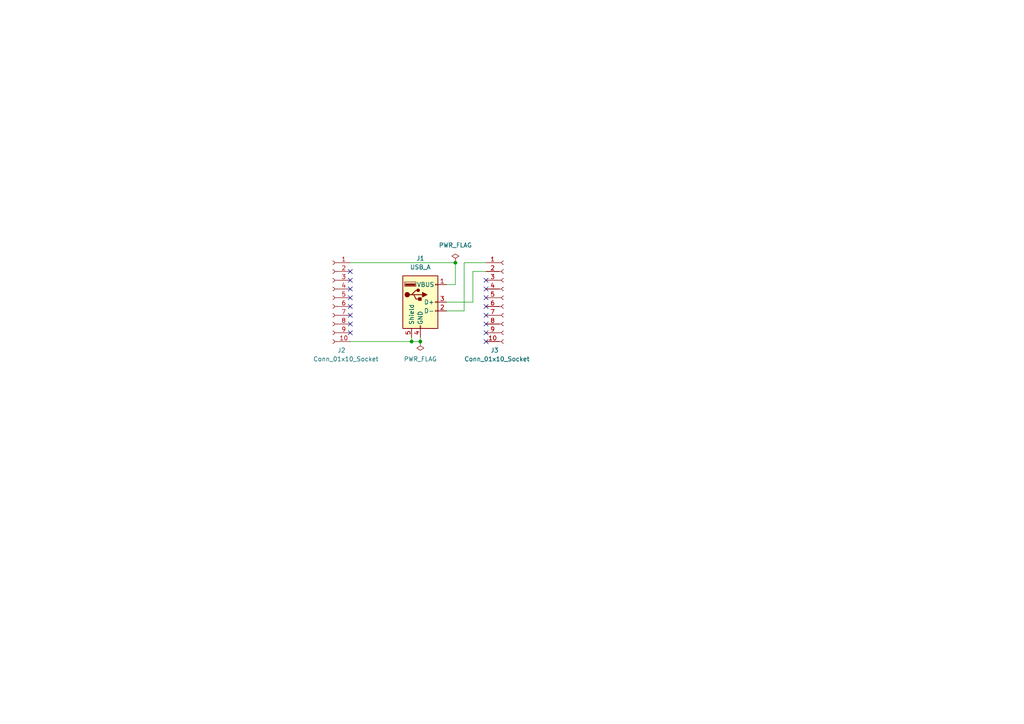
<source format=kicad_sch>
(kicad_sch (version 20230121) (generator eeschema)
  (paper "A4")
  (title_block (title "USB Interface for Bitcraze Crazyflie 2.0") (date "2023-09-22") (company "Jose Ignacio Granados Marín") (comment 1 "Desarrollo de un vehículo aéreo no tripulado modular de bajo costo") (comment 2 "Trabajo Final de Graduación") (comment 3 "Área Académica de Ingeniería en Computadores") (comment 4 "Instituto Tecnológico de Costa Rica"))
  (lib_symbols
    (symbol "Connector:Conn_01x10_Socket" (pin_names (offset 1.016) hide)
      (property "Reference" "J" (at 0 12.7 0))
      (property "Value" "Conn_01x10_Socket" (at 0 -15.24 0))
      (symbol "Conn_01x10_Socket_1_1"
        (arc (start 0 -12.192) (mid -0.5058 -12.7) (end 0 -13.208) (stroke (width 0.1524)))
        (arc (start 0 -9.652) (mid -0.5058 -10.16) (end 0 -10.668) (stroke (width 0.1524)))
        (arc (start 0 -7.112) (mid -0.5058 -7.62) (end 0 -8.128) (stroke (width 0.1524)))
        (arc (start 0 -4.572) (mid -0.5058 -5.08) (end 0 -5.588) (stroke (width 0.1524)))
        (arc (start 0 -2.032) (mid -0.5058 -2.54) (end 0 -3.048) (stroke (width 0.1524)))
        (polyline (pts (xy -1.27 -12.7) (xy -0.508 -12.7)) (stroke (width 0.1524)))
        (polyline (pts (xy -1.27 -10.16) (xy -0.508 -10.16)) (stroke (width 0.1524)))
        (polyline (pts (xy -1.27 -7.62) (xy -0.508 -7.62)) (stroke (width 0.1524)))
        (polyline (pts (xy -1.27 -5.08) (xy -0.508 -5.08)) (stroke (width 0.1524)))
        (polyline (pts (xy -1.27 -2.54) (xy -0.508 -2.54)) (stroke (width 0.1524)))
        (polyline (pts (xy -1.27 0) (xy -0.508 0)) (stroke (width 0.1524)))
        (polyline (pts (xy -1.27 2.54) (xy -0.508 2.54)) (stroke (width 0.1524)))
        (polyline (pts (xy -1.27 5.08) (xy -0.508 5.08)) (stroke (width 0.1524)))
        (polyline (pts (xy -1.27 7.62) (xy -0.508 7.62)) (stroke (width 0.1524)))
        (polyline (pts (xy -1.27 10.16) (xy -0.508 10.16)) (stroke (width 0.1524)))
        (arc (start 0 0.508) (mid -0.5058 0) (end 0 -0.508) (stroke (width 0.1524)))
        (arc (start 0 3.048) (mid -0.5058 2.54) (end 0 2.032) (stroke (width 0.1524)))
        (arc (start 0 5.588) (mid -0.5058 5.08) (end 0 4.572) (stroke (width 0.1524)))
        (arc (start 0 8.128) (mid -0.5058 7.62) (end 0 7.112) (stroke (width 0.1524)))
        (arc (start 0 10.668) (mid -0.5058 10.16) (end 0 9.652) (stroke (width 0.1524)))
        (pin passive line (at -5.08 10.16 0) (length 3.81) (name "Pin_1") (number "1"))
        (pin passive line (at -5.08 -12.7 0) (length 3.81) (name "Pin_10") (number "10"))
        (pin passive line (at -5.08 7.62 0) (length 3.81) (name "Pin_2") (number "2"))
        (pin passive line (at -5.08 5.08 0) (length 3.81) (name "Pin_3") (number "3"))
        (pin passive line (at -5.08 2.54 0) (length 3.81) (name "Pin_4") (number "4"))
        (pin passive line (at -5.08 0 0) (length 3.81) (name "Pin_5") (number "5"))
        (pin passive line (at -5.08 -2.54 0) (length 3.81) (name "Pin_6") (number "6"))
        (pin passive line (at -5.08 -5.08 0) (length 3.81) (name "Pin_7") (number "7"))
        (pin passive line (at -5.08 -7.62 0) (length 3.81) (name "Pin_8") (number "8"))
        (pin passive line (at -5.08 -10.16 0) (length 3.81) (name "Pin_9") (number "9"))
      )
    )
    (symbol "Connector:USB_A" (pin_names (offset 1.016))
      (property "Reference" "J" (at -5.08 11.43 0))
      (property "Value" "USB_A" (at -5.08 8.89 0))
      (symbol "USB_A_0_1"
        (rectangle (start -5.08 -7.62) (end 5.08 7.62) (stroke (width 0.254)) (fill (type background)))
        (circle (center -3.81 2.159) (radius 0.635) (stroke (width 0.254)) (fill (type outline)))
        (rectangle (start -1.524 4.826) (end -4.318 5.334) (fill (type outline)))
        (rectangle (start -1.27 4.572) (end -4.572 5.842))
        (circle (center -0.635 3.429) (radius 0.381) (stroke (width 0.254)) (fill (type outline)))
        (rectangle (start -0.127 -7.62) (end 0.127 -6.858))
        (polyline (pts (xy -3.175 2.159) (xy -2.54 2.159) (xy -1.27 3.429) (xy -0.635 3.429)) (stroke (width 0.254)))
        (polyline (pts (xy -2.54 2.159) (xy -1.905 2.159) (xy -1.27 0.889) (xy 0 0.889)) (stroke (width 0.254)))
        (polyline (pts (xy 0.635 2.794) (xy 0.635 1.524) (xy 1.905 2.159) (xy 0.635 2.794)) (stroke (width 0.254)) (fill (type outline)))
        (rectangle (start 0.254 1.27) (end -0.508 0.508) (stroke (width 0.254)) (fill (type outline)))
        (rectangle (start 5.08 -2.667) (end 4.318 -2.413))
        (rectangle (start 5.08 -0.127) (end 4.318 0.127))
        (rectangle (start 5.08 4.953) (end 4.318 5.207))
      )
      (symbol "USB_A_1_1"
        (polyline (pts (xy -1.905 2.159) (xy 0.635 2.159)) (stroke (width 0.254)))
        (pin power_in line (at 7.62 5.08 180) (length 2.54) (name "VBUS") (number "1"))
        (pin bidirectional line (at 7.62 -2.54 180) (length 2.54) (name "D-") (number "2"))
        (pin bidirectional line (at 7.62 0 180) (length 2.54) (name "D+") (number "3"))
        (pin power_in line (at 0 -10.16 90) (length 2.54) (name "GND") (number "4"))
        (pin passive line (at -2.54 -10.16 90) (length 2.54) (name "Shield") (number "5"))
      )
    )
    (symbol "power:PWR_FLAG" (power) (pin_numbers hide) (pin_names (offset 0) hide)
      (property "Value" "PWR_FLAG" (at 0 3.81 0))
      (symbol "PWR_FLAG_0_0"
        (pin power_out line (at 0 0 90) (length 0) (name "pwr") (number "1"))
      )
      (symbol "PWR_FLAG_0_1"
        (polyline (pts (xy 0 0) (xy 0 1.27) (xy -1.016 1.905) (xy 0 2.54) (xy 1.016 1.905) (xy 0 1.27)))
      )
    )
  )
  (junction (at 121.92 99.06))
  (junction (at 119.38 99.06))
  (junction (at 132.08 76.2))
  (no_connect (at 140.97 86.36))
  (no_connect (at 101.6 86.36))
  (no_connect (at 101.6 91.44))
  (no_connect (at 140.97 88.9))
  (no_connect (at 101.6 81.28))
  (no_connect (at 101.6 88.9))
  (no_connect (at 101.6 93.98))
  (no_connect (at 101.6 83.82))
  (no_connect (at 101.6 96.52))
  (no_connect (at 140.97 93.98))
  (no_connect (at 140.97 81.28))
  (no_connect (at 140.97 83.82))
  (no_connect (at 101.6 78.74))
  (no_connect (at 140.97 96.52))
  (no_connect (at 140.97 91.44))
  (no_connect (at 140.97 99.06))
  (wire (pts (xy 129.54 87.63) (xy 137.16 87.63)))
  (wire (pts (xy 137.16 87.63) (xy 137.16 78.74)))
  (wire (pts (xy 119.38 97.79) (xy 119.38 99.06)))
  (wire (pts (xy 121.92 97.79) (xy 121.92 99.06)))
  (wire (pts (xy 119.38 99.06) (xy 101.6 99.06)))
  (wire (pts (xy 137.16 78.74) (xy 140.97 78.74)))
  (wire (pts (xy 134.62 76.2) (xy 140.97 76.2)))
  (wire (pts (xy 121.92 99.06) (xy 119.38 99.06)))
  (wire (pts (xy 132.08 82.55) (xy 129.54 82.55)))
  (wire (pts (xy 132.08 82.55) (xy 132.08 76.2)))
  (wire (pts (xy 132.08 76.2) (xy 101.6 76.2)))
  (wire (pts (xy 134.62 90.17) (xy 134.62 76.2)))
  (wire (pts (xy 129.54 90.17) (xy 134.62 90.17)))
  (symbol (lib_id "Connector:USB_A") (at 121.92 87.63 0) (unit 1)
    (property "Reference" "J1" (at 121.92 74.93 0))
    (property "Value" "USB_A" (at 121.92 77.47 0))
    (property "Footprint" "Connector_USB:USB_A_TE_292303-7_Horizontal" (effects hide))
    (property "Datasheet" " ~" (effects hide))
  )
  (symbol (lib_id "power:PWR_FLAG") (at 132.08 76.2 0) (unit 1)
    (property "Reference" "#FLG02" (effects hide))
    (property "Value" "PWR_FLAG" (at 132.08 71.12 0))
  )
  (symbol (lib_id "power:PWR_FLAG") (at 121.92 99.06 180) (unit 1)
    (property "Reference" "#FLG01" (effects hide))
    (property "Value" "PWR_FLAG" (at 121.92 104.14 0))
  )
  (symbol (lib_id "Connector:Conn_01x10_Socket") (at 146.05 86.36 0) (unit 1)
    (property "Reference" "J3" (at 142.24 101.6 0) (effects (justify left)))
    (property "Value" "Conn_01x10_Socket" (at 134.62 104.14 0) (effects (justify left)))
    (property "Footprint" "Connector_PinSocket_2.00mm:PinSocket_1x10_P2.00mm_Vertical" (effects hide))
  )
  (symbol (lib_id "Connector:Conn_01x10_Socket") (at 96.52 86.36 0) (mirror y) (unit 1)
    (property "Reference" "J2" (at 99.06 101.6 0))
    (property "Value" "Conn_01x10_Socket" (at 100.33 104.14 0))
    (property "Footprint" "Connector_PinSocket_2.00mm:PinSocket_1x10_P2.00mm_Vertical" (effects hide))
  )
)
</source>
